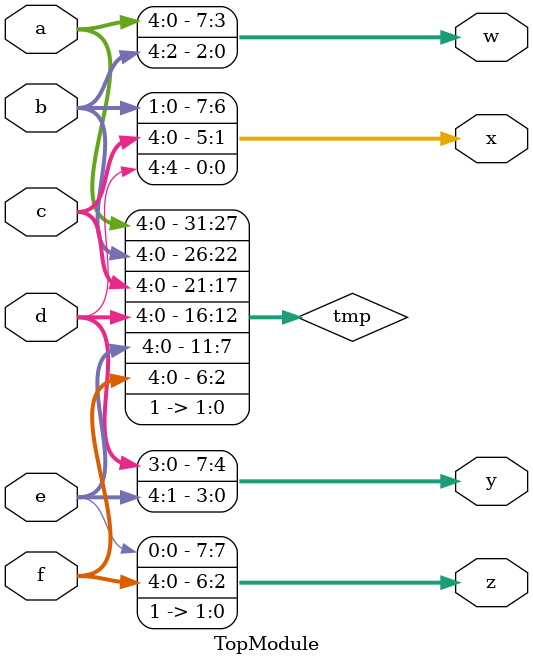
<source format=sv>


module TopModule (
    input  wire [4:0] a,
    input  wire [4:0] b,
    input  wire [4:0] c,
    input  wire [4:0] d,
    input  wire [4:0] e,
    input  wire [4:0] f,

    output wire [7:0] w,
    output wire [7:0] x,
    output wire [7:0] y,
    output wire [7:0] z
);

    // 32‑bit temporary that holds the concatenated data plus the two '1' bits.
    wire [31:0] tmp;

    assign tmp = {a, b, c, d, e, f, 2'b11};

    // Split the 32‑bit value into four 8‑bit outputs.
    assign w = tmp[31:24];
    assign x = tmp[23:16];
    assign y = tmp[15:8];
    assign z = tmp[7:0];

endmodule

// VERILOG-EVAL: errant inclusion of module definition

</source>
